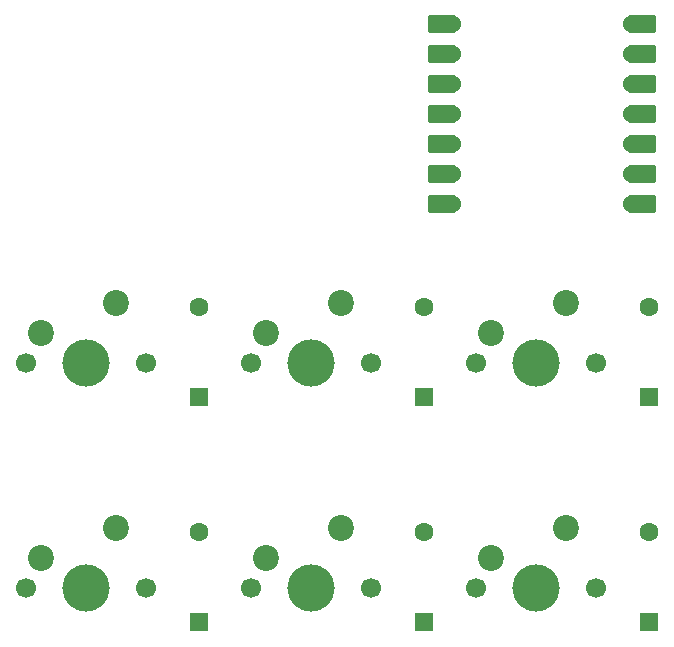
<source format=gbr>
%TF.GenerationSoftware,KiCad,Pcbnew,9.0.2*%
%TF.CreationDate,2025-07-11T15:40:20+10:00*%
%TF.ProjectId,Exportable hackpad pccb,4578706f-7274-4616-926c-65206861636b,rev?*%
%TF.SameCoordinates,Original*%
%TF.FileFunction,Soldermask,Top*%
%TF.FilePolarity,Negative*%
%FSLAX46Y46*%
G04 Gerber Fmt 4.6, Leading zero omitted, Abs format (unit mm)*
G04 Created by KiCad (PCBNEW 9.0.2) date 2025-07-11 15:40:20*
%MOMM*%
%LPD*%
G01*
G04 APERTURE LIST*
G04 Aperture macros list*
%AMRoundRect*
0 Rectangle with rounded corners*
0 $1 Rounding radius*
0 $2 $3 $4 $5 $6 $7 $8 $9 X,Y pos of 4 corners*
0 Add a 4 corners polygon primitive as box body*
4,1,4,$2,$3,$4,$5,$6,$7,$8,$9,$2,$3,0*
0 Add four circle primitives for the rounded corners*
1,1,$1+$1,$2,$3*
1,1,$1+$1,$4,$5*
1,1,$1+$1,$6,$7*
1,1,$1+$1,$8,$9*
0 Add four rect primitives between the rounded corners*
20,1,$1+$1,$2,$3,$4,$5,0*
20,1,$1+$1,$4,$5,$6,$7,0*
20,1,$1+$1,$6,$7,$8,$9,0*
20,1,$1+$1,$8,$9,$2,$3,0*%
G04 Aperture macros list end*
%ADD10C,1.700000*%
%ADD11C,4.000000*%
%ADD12C,2.200000*%
%ADD13RoundRect,0.152400X1.063600X0.609600X-1.063600X0.609600X-1.063600X-0.609600X1.063600X-0.609600X0*%
%ADD14C,1.524000*%
%ADD15RoundRect,0.152400X-1.063600X-0.609600X1.063600X-0.609600X1.063600X0.609600X-1.063600X0.609600X0*%
%ADD16RoundRect,0.250000X0.550000X-0.550000X0.550000X0.550000X-0.550000X0.550000X-0.550000X-0.550000X0*%
%ADD17C,1.600000*%
G04 APERTURE END LIST*
D10*
%TO.C,SW3*%
X165417500Y-104933750D03*
D11*
X170497500Y-104933750D03*
D10*
X175577500Y-104933750D03*
D12*
X173037500Y-99853750D03*
X166687500Y-102393750D03*
%TD*%
D10*
%TO.C,SW9*%
X165417500Y-123983750D03*
D11*
X170497500Y-123983750D03*
D10*
X175577500Y-123983750D03*
D12*
X173037500Y-118903750D03*
X166687500Y-121443750D03*
%TD*%
D10*
%TO.C,SW8*%
X146367500Y-123983750D03*
D11*
X151447500Y-123983750D03*
D10*
X156527500Y-123983750D03*
D12*
X153987500Y-118903750D03*
X147637500Y-121443750D03*
%TD*%
D10*
%TO.C,SW7*%
X127317500Y-123983750D03*
D11*
X132397500Y-123983750D03*
D10*
X137477500Y-123983750D03*
D12*
X134937500Y-118903750D03*
X128587500Y-121443750D03*
%TD*%
D10*
%TO.C,SW2*%
X146367500Y-104933750D03*
D11*
X151447500Y-104933750D03*
D10*
X156527500Y-104933750D03*
D12*
X153987500Y-99853750D03*
X147637500Y-102393750D03*
%TD*%
D10*
%TO.C,SW1*%
X127317500Y-104933750D03*
D11*
X132397500Y-104933750D03*
D10*
X137477500Y-104933750D03*
D12*
X134937500Y-99853750D03*
X128587500Y-102393750D03*
%TD*%
D13*
%TO.C,U1*%
X162518750Y-76200000D03*
D14*
X163353750Y-76200000D03*
D13*
X162518750Y-78740000D03*
D14*
X163353750Y-78740000D03*
D13*
X162518750Y-81280000D03*
D14*
X163353750Y-81280000D03*
D13*
X162518750Y-83820000D03*
D14*
X163353750Y-83820000D03*
D13*
X162518750Y-86360000D03*
D14*
X163353750Y-86360000D03*
D13*
X162518750Y-88900000D03*
D14*
X163353750Y-88900000D03*
D13*
X162518750Y-91440000D03*
D14*
X163353750Y-91440000D03*
X178593750Y-91440000D03*
D15*
X179428750Y-91440000D03*
D14*
X178593750Y-88900000D03*
D15*
X179428750Y-88900000D03*
D14*
X178593750Y-86360000D03*
D15*
X179428750Y-86360000D03*
D14*
X178593750Y-83820000D03*
D15*
X179428750Y-83820000D03*
D14*
X178593750Y-81280000D03*
D15*
X179428750Y-81280000D03*
D14*
X178593750Y-78740000D03*
D15*
X179428750Y-78740000D03*
D14*
X178593750Y-76200000D03*
D15*
X179428750Y-76200000D03*
%TD*%
D16*
%TO.C,D8*%
X141922500Y-107791250D03*
D17*
X141922500Y-100171250D03*
%TD*%
D16*
%TO.C,D6*%
X160972500Y-107791250D03*
D17*
X160972500Y-100171250D03*
%TD*%
D16*
%TO.C,D10*%
X180022500Y-126841250D03*
D17*
X180022500Y-119221250D03*
%TD*%
D16*
%TO.C,D5*%
X141922500Y-126841250D03*
D17*
X141922500Y-119221250D03*
%TD*%
D16*
%TO.C,D7*%
X160972500Y-126841250D03*
D17*
X160972500Y-119221250D03*
%TD*%
D16*
%TO.C,D9*%
X180022500Y-107791250D03*
D17*
X180022500Y-100171250D03*
%TD*%
M02*

</source>
